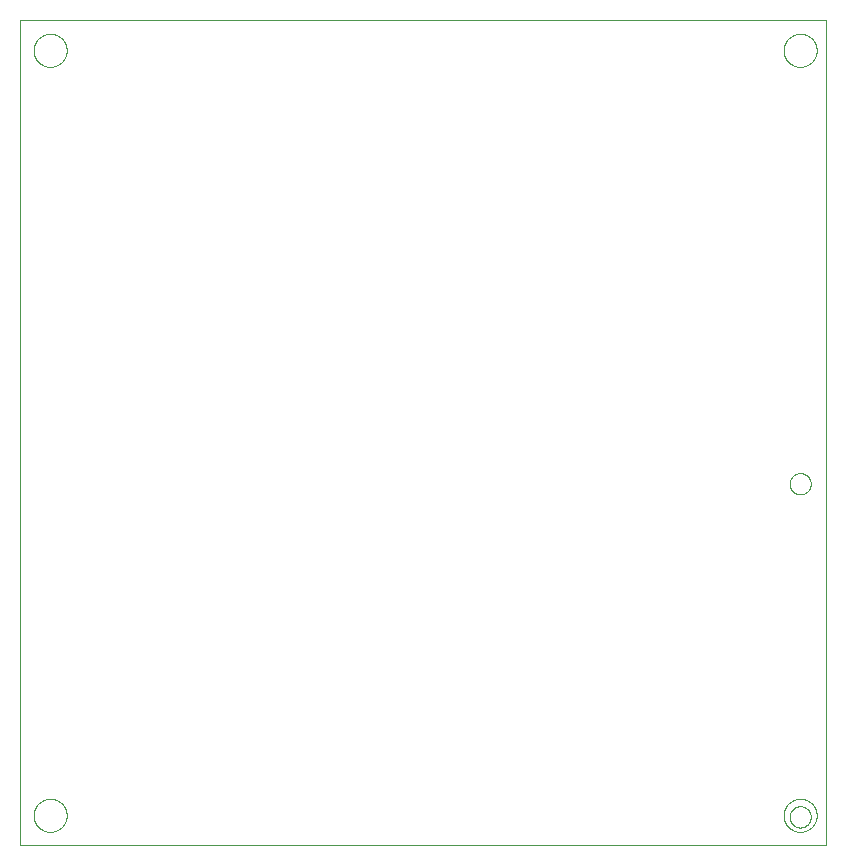
<source format=gbp>
G75*
%MOIN*%
%OFA0B0*%
%FSLAX25Y25*%
%IPPOS*%
%LPD*%
%AMOC8*
5,1,8,0,0,1.08239X$1,22.5*
%
%ADD10C,0.00000*%
D10*
X0001000Y0001500D02*
X0001000Y0276461D01*
X0269701Y0276461D01*
X0269701Y0001500D01*
X0001000Y0001500D01*
X0005488Y0011500D02*
X0005490Y0011648D01*
X0005496Y0011796D01*
X0005506Y0011944D01*
X0005520Y0012091D01*
X0005538Y0012238D01*
X0005559Y0012384D01*
X0005585Y0012530D01*
X0005615Y0012675D01*
X0005648Y0012819D01*
X0005686Y0012962D01*
X0005727Y0013104D01*
X0005772Y0013245D01*
X0005820Y0013385D01*
X0005873Y0013524D01*
X0005929Y0013661D01*
X0005989Y0013796D01*
X0006052Y0013930D01*
X0006119Y0014062D01*
X0006190Y0014192D01*
X0006264Y0014320D01*
X0006341Y0014446D01*
X0006422Y0014570D01*
X0006506Y0014692D01*
X0006593Y0014811D01*
X0006684Y0014928D01*
X0006778Y0015043D01*
X0006874Y0015155D01*
X0006974Y0015265D01*
X0007076Y0015371D01*
X0007182Y0015475D01*
X0007290Y0015576D01*
X0007401Y0015674D01*
X0007514Y0015770D01*
X0007630Y0015862D01*
X0007748Y0015951D01*
X0007869Y0016036D01*
X0007992Y0016119D01*
X0008117Y0016198D01*
X0008244Y0016274D01*
X0008373Y0016346D01*
X0008504Y0016415D01*
X0008637Y0016480D01*
X0008772Y0016541D01*
X0008908Y0016599D01*
X0009045Y0016654D01*
X0009184Y0016704D01*
X0009325Y0016751D01*
X0009466Y0016794D01*
X0009609Y0016834D01*
X0009753Y0016869D01*
X0009897Y0016901D01*
X0010043Y0016928D01*
X0010189Y0016952D01*
X0010336Y0016972D01*
X0010483Y0016988D01*
X0010630Y0017000D01*
X0010778Y0017008D01*
X0010926Y0017012D01*
X0011074Y0017012D01*
X0011222Y0017008D01*
X0011370Y0017000D01*
X0011517Y0016988D01*
X0011664Y0016972D01*
X0011811Y0016952D01*
X0011957Y0016928D01*
X0012103Y0016901D01*
X0012247Y0016869D01*
X0012391Y0016834D01*
X0012534Y0016794D01*
X0012675Y0016751D01*
X0012816Y0016704D01*
X0012955Y0016654D01*
X0013092Y0016599D01*
X0013228Y0016541D01*
X0013363Y0016480D01*
X0013496Y0016415D01*
X0013627Y0016346D01*
X0013756Y0016274D01*
X0013883Y0016198D01*
X0014008Y0016119D01*
X0014131Y0016036D01*
X0014252Y0015951D01*
X0014370Y0015862D01*
X0014486Y0015770D01*
X0014599Y0015674D01*
X0014710Y0015576D01*
X0014818Y0015475D01*
X0014924Y0015371D01*
X0015026Y0015265D01*
X0015126Y0015155D01*
X0015222Y0015043D01*
X0015316Y0014928D01*
X0015407Y0014811D01*
X0015494Y0014692D01*
X0015578Y0014570D01*
X0015659Y0014446D01*
X0015736Y0014320D01*
X0015810Y0014192D01*
X0015881Y0014062D01*
X0015948Y0013930D01*
X0016011Y0013796D01*
X0016071Y0013661D01*
X0016127Y0013524D01*
X0016180Y0013385D01*
X0016228Y0013245D01*
X0016273Y0013104D01*
X0016314Y0012962D01*
X0016352Y0012819D01*
X0016385Y0012675D01*
X0016415Y0012530D01*
X0016441Y0012384D01*
X0016462Y0012238D01*
X0016480Y0012091D01*
X0016494Y0011944D01*
X0016504Y0011796D01*
X0016510Y0011648D01*
X0016512Y0011500D01*
X0016510Y0011352D01*
X0016504Y0011204D01*
X0016494Y0011056D01*
X0016480Y0010909D01*
X0016462Y0010762D01*
X0016441Y0010616D01*
X0016415Y0010470D01*
X0016385Y0010325D01*
X0016352Y0010181D01*
X0016314Y0010038D01*
X0016273Y0009896D01*
X0016228Y0009755D01*
X0016180Y0009615D01*
X0016127Y0009476D01*
X0016071Y0009339D01*
X0016011Y0009204D01*
X0015948Y0009070D01*
X0015881Y0008938D01*
X0015810Y0008808D01*
X0015736Y0008680D01*
X0015659Y0008554D01*
X0015578Y0008430D01*
X0015494Y0008308D01*
X0015407Y0008189D01*
X0015316Y0008072D01*
X0015222Y0007957D01*
X0015126Y0007845D01*
X0015026Y0007735D01*
X0014924Y0007629D01*
X0014818Y0007525D01*
X0014710Y0007424D01*
X0014599Y0007326D01*
X0014486Y0007230D01*
X0014370Y0007138D01*
X0014252Y0007049D01*
X0014131Y0006964D01*
X0014008Y0006881D01*
X0013883Y0006802D01*
X0013756Y0006726D01*
X0013627Y0006654D01*
X0013496Y0006585D01*
X0013363Y0006520D01*
X0013228Y0006459D01*
X0013092Y0006401D01*
X0012955Y0006346D01*
X0012816Y0006296D01*
X0012675Y0006249D01*
X0012534Y0006206D01*
X0012391Y0006166D01*
X0012247Y0006131D01*
X0012103Y0006099D01*
X0011957Y0006072D01*
X0011811Y0006048D01*
X0011664Y0006028D01*
X0011517Y0006012D01*
X0011370Y0006000D01*
X0011222Y0005992D01*
X0011074Y0005988D01*
X0010926Y0005988D01*
X0010778Y0005992D01*
X0010630Y0006000D01*
X0010483Y0006012D01*
X0010336Y0006028D01*
X0010189Y0006048D01*
X0010043Y0006072D01*
X0009897Y0006099D01*
X0009753Y0006131D01*
X0009609Y0006166D01*
X0009466Y0006206D01*
X0009325Y0006249D01*
X0009184Y0006296D01*
X0009045Y0006346D01*
X0008908Y0006401D01*
X0008772Y0006459D01*
X0008637Y0006520D01*
X0008504Y0006585D01*
X0008373Y0006654D01*
X0008244Y0006726D01*
X0008117Y0006802D01*
X0007992Y0006881D01*
X0007869Y0006964D01*
X0007748Y0007049D01*
X0007630Y0007138D01*
X0007514Y0007230D01*
X0007401Y0007326D01*
X0007290Y0007424D01*
X0007182Y0007525D01*
X0007076Y0007629D01*
X0006974Y0007735D01*
X0006874Y0007845D01*
X0006778Y0007957D01*
X0006684Y0008072D01*
X0006593Y0008189D01*
X0006506Y0008308D01*
X0006422Y0008430D01*
X0006341Y0008554D01*
X0006264Y0008680D01*
X0006190Y0008808D01*
X0006119Y0008938D01*
X0006052Y0009070D01*
X0005989Y0009204D01*
X0005929Y0009339D01*
X0005873Y0009476D01*
X0005820Y0009615D01*
X0005772Y0009755D01*
X0005727Y0009896D01*
X0005686Y0010038D01*
X0005648Y0010181D01*
X0005615Y0010325D01*
X0005585Y0010470D01*
X0005559Y0010616D01*
X0005538Y0010762D01*
X0005520Y0010909D01*
X0005506Y0011056D01*
X0005496Y0011204D01*
X0005490Y0011352D01*
X0005488Y0011500D01*
X0255488Y0011500D02*
X0255490Y0011648D01*
X0255496Y0011796D01*
X0255506Y0011944D01*
X0255520Y0012091D01*
X0255538Y0012238D01*
X0255559Y0012384D01*
X0255585Y0012530D01*
X0255615Y0012675D01*
X0255648Y0012819D01*
X0255686Y0012962D01*
X0255727Y0013104D01*
X0255772Y0013245D01*
X0255820Y0013385D01*
X0255873Y0013524D01*
X0255929Y0013661D01*
X0255989Y0013796D01*
X0256052Y0013930D01*
X0256119Y0014062D01*
X0256190Y0014192D01*
X0256264Y0014320D01*
X0256341Y0014446D01*
X0256422Y0014570D01*
X0256506Y0014692D01*
X0256593Y0014811D01*
X0256684Y0014928D01*
X0256778Y0015043D01*
X0256874Y0015155D01*
X0256974Y0015265D01*
X0257076Y0015371D01*
X0257182Y0015475D01*
X0257290Y0015576D01*
X0257401Y0015674D01*
X0257514Y0015770D01*
X0257630Y0015862D01*
X0257748Y0015951D01*
X0257869Y0016036D01*
X0257992Y0016119D01*
X0258117Y0016198D01*
X0258244Y0016274D01*
X0258373Y0016346D01*
X0258504Y0016415D01*
X0258637Y0016480D01*
X0258772Y0016541D01*
X0258908Y0016599D01*
X0259045Y0016654D01*
X0259184Y0016704D01*
X0259325Y0016751D01*
X0259466Y0016794D01*
X0259609Y0016834D01*
X0259753Y0016869D01*
X0259897Y0016901D01*
X0260043Y0016928D01*
X0260189Y0016952D01*
X0260336Y0016972D01*
X0260483Y0016988D01*
X0260630Y0017000D01*
X0260778Y0017008D01*
X0260926Y0017012D01*
X0261074Y0017012D01*
X0261222Y0017008D01*
X0261370Y0017000D01*
X0261517Y0016988D01*
X0261664Y0016972D01*
X0261811Y0016952D01*
X0261957Y0016928D01*
X0262103Y0016901D01*
X0262247Y0016869D01*
X0262391Y0016834D01*
X0262534Y0016794D01*
X0262675Y0016751D01*
X0262816Y0016704D01*
X0262955Y0016654D01*
X0263092Y0016599D01*
X0263228Y0016541D01*
X0263363Y0016480D01*
X0263496Y0016415D01*
X0263627Y0016346D01*
X0263756Y0016274D01*
X0263883Y0016198D01*
X0264008Y0016119D01*
X0264131Y0016036D01*
X0264252Y0015951D01*
X0264370Y0015862D01*
X0264486Y0015770D01*
X0264599Y0015674D01*
X0264710Y0015576D01*
X0264818Y0015475D01*
X0264924Y0015371D01*
X0265026Y0015265D01*
X0265126Y0015155D01*
X0265222Y0015043D01*
X0265316Y0014928D01*
X0265407Y0014811D01*
X0265494Y0014692D01*
X0265578Y0014570D01*
X0265659Y0014446D01*
X0265736Y0014320D01*
X0265810Y0014192D01*
X0265881Y0014062D01*
X0265948Y0013930D01*
X0266011Y0013796D01*
X0266071Y0013661D01*
X0266127Y0013524D01*
X0266180Y0013385D01*
X0266228Y0013245D01*
X0266273Y0013104D01*
X0266314Y0012962D01*
X0266352Y0012819D01*
X0266385Y0012675D01*
X0266415Y0012530D01*
X0266441Y0012384D01*
X0266462Y0012238D01*
X0266480Y0012091D01*
X0266494Y0011944D01*
X0266504Y0011796D01*
X0266510Y0011648D01*
X0266512Y0011500D01*
X0266510Y0011352D01*
X0266504Y0011204D01*
X0266494Y0011056D01*
X0266480Y0010909D01*
X0266462Y0010762D01*
X0266441Y0010616D01*
X0266415Y0010470D01*
X0266385Y0010325D01*
X0266352Y0010181D01*
X0266314Y0010038D01*
X0266273Y0009896D01*
X0266228Y0009755D01*
X0266180Y0009615D01*
X0266127Y0009476D01*
X0266071Y0009339D01*
X0266011Y0009204D01*
X0265948Y0009070D01*
X0265881Y0008938D01*
X0265810Y0008808D01*
X0265736Y0008680D01*
X0265659Y0008554D01*
X0265578Y0008430D01*
X0265494Y0008308D01*
X0265407Y0008189D01*
X0265316Y0008072D01*
X0265222Y0007957D01*
X0265126Y0007845D01*
X0265026Y0007735D01*
X0264924Y0007629D01*
X0264818Y0007525D01*
X0264710Y0007424D01*
X0264599Y0007326D01*
X0264486Y0007230D01*
X0264370Y0007138D01*
X0264252Y0007049D01*
X0264131Y0006964D01*
X0264008Y0006881D01*
X0263883Y0006802D01*
X0263756Y0006726D01*
X0263627Y0006654D01*
X0263496Y0006585D01*
X0263363Y0006520D01*
X0263228Y0006459D01*
X0263092Y0006401D01*
X0262955Y0006346D01*
X0262816Y0006296D01*
X0262675Y0006249D01*
X0262534Y0006206D01*
X0262391Y0006166D01*
X0262247Y0006131D01*
X0262103Y0006099D01*
X0261957Y0006072D01*
X0261811Y0006048D01*
X0261664Y0006028D01*
X0261517Y0006012D01*
X0261370Y0006000D01*
X0261222Y0005992D01*
X0261074Y0005988D01*
X0260926Y0005988D01*
X0260778Y0005992D01*
X0260630Y0006000D01*
X0260483Y0006012D01*
X0260336Y0006028D01*
X0260189Y0006048D01*
X0260043Y0006072D01*
X0259897Y0006099D01*
X0259753Y0006131D01*
X0259609Y0006166D01*
X0259466Y0006206D01*
X0259325Y0006249D01*
X0259184Y0006296D01*
X0259045Y0006346D01*
X0258908Y0006401D01*
X0258772Y0006459D01*
X0258637Y0006520D01*
X0258504Y0006585D01*
X0258373Y0006654D01*
X0258244Y0006726D01*
X0258117Y0006802D01*
X0257992Y0006881D01*
X0257869Y0006964D01*
X0257748Y0007049D01*
X0257630Y0007138D01*
X0257514Y0007230D01*
X0257401Y0007326D01*
X0257290Y0007424D01*
X0257182Y0007525D01*
X0257076Y0007629D01*
X0256974Y0007735D01*
X0256874Y0007845D01*
X0256778Y0007957D01*
X0256684Y0008072D01*
X0256593Y0008189D01*
X0256506Y0008308D01*
X0256422Y0008430D01*
X0256341Y0008554D01*
X0256264Y0008680D01*
X0256190Y0008808D01*
X0256119Y0008938D01*
X0256052Y0009070D01*
X0255989Y0009204D01*
X0255929Y0009339D01*
X0255873Y0009476D01*
X0255820Y0009615D01*
X0255772Y0009755D01*
X0255727Y0009896D01*
X0255686Y0010038D01*
X0255648Y0010181D01*
X0255615Y0010325D01*
X0255585Y0010470D01*
X0255559Y0010616D01*
X0255538Y0010762D01*
X0255520Y0010909D01*
X0255506Y0011056D01*
X0255496Y0011204D01*
X0255490Y0011352D01*
X0255488Y0011500D01*
X0257457Y0010988D02*
X0257459Y0011106D01*
X0257465Y0011225D01*
X0257475Y0011343D01*
X0257489Y0011460D01*
X0257506Y0011577D01*
X0257528Y0011694D01*
X0257554Y0011809D01*
X0257583Y0011924D01*
X0257616Y0012038D01*
X0257653Y0012150D01*
X0257694Y0012261D01*
X0257738Y0012371D01*
X0257786Y0012479D01*
X0257838Y0012586D01*
X0257893Y0012691D01*
X0257952Y0012794D01*
X0258014Y0012894D01*
X0258079Y0012993D01*
X0258148Y0013090D01*
X0258219Y0013184D01*
X0258294Y0013275D01*
X0258372Y0013365D01*
X0258453Y0013451D01*
X0258537Y0013535D01*
X0258623Y0013616D01*
X0258713Y0013694D01*
X0258804Y0013769D01*
X0258898Y0013840D01*
X0258995Y0013909D01*
X0259094Y0013974D01*
X0259194Y0014036D01*
X0259297Y0014095D01*
X0259402Y0014150D01*
X0259509Y0014202D01*
X0259617Y0014250D01*
X0259727Y0014294D01*
X0259838Y0014335D01*
X0259950Y0014372D01*
X0260064Y0014405D01*
X0260179Y0014434D01*
X0260294Y0014460D01*
X0260411Y0014482D01*
X0260528Y0014499D01*
X0260645Y0014513D01*
X0260763Y0014523D01*
X0260882Y0014529D01*
X0261000Y0014531D01*
X0261118Y0014529D01*
X0261237Y0014523D01*
X0261355Y0014513D01*
X0261472Y0014499D01*
X0261589Y0014482D01*
X0261706Y0014460D01*
X0261821Y0014434D01*
X0261936Y0014405D01*
X0262050Y0014372D01*
X0262162Y0014335D01*
X0262273Y0014294D01*
X0262383Y0014250D01*
X0262491Y0014202D01*
X0262598Y0014150D01*
X0262703Y0014095D01*
X0262806Y0014036D01*
X0262906Y0013974D01*
X0263005Y0013909D01*
X0263102Y0013840D01*
X0263196Y0013769D01*
X0263287Y0013694D01*
X0263377Y0013616D01*
X0263463Y0013535D01*
X0263547Y0013451D01*
X0263628Y0013365D01*
X0263706Y0013275D01*
X0263781Y0013184D01*
X0263852Y0013090D01*
X0263921Y0012993D01*
X0263986Y0012894D01*
X0264048Y0012794D01*
X0264107Y0012691D01*
X0264162Y0012586D01*
X0264214Y0012479D01*
X0264262Y0012371D01*
X0264306Y0012261D01*
X0264347Y0012150D01*
X0264384Y0012038D01*
X0264417Y0011924D01*
X0264446Y0011809D01*
X0264472Y0011694D01*
X0264494Y0011577D01*
X0264511Y0011460D01*
X0264525Y0011343D01*
X0264535Y0011225D01*
X0264541Y0011106D01*
X0264543Y0010988D01*
X0264541Y0010870D01*
X0264535Y0010751D01*
X0264525Y0010633D01*
X0264511Y0010516D01*
X0264494Y0010399D01*
X0264472Y0010282D01*
X0264446Y0010167D01*
X0264417Y0010052D01*
X0264384Y0009938D01*
X0264347Y0009826D01*
X0264306Y0009715D01*
X0264262Y0009605D01*
X0264214Y0009497D01*
X0264162Y0009390D01*
X0264107Y0009285D01*
X0264048Y0009182D01*
X0263986Y0009082D01*
X0263921Y0008983D01*
X0263852Y0008886D01*
X0263781Y0008792D01*
X0263706Y0008701D01*
X0263628Y0008611D01*
X0263547Y0008525D01*
X0263463Y0008441D01*
X0263377Y0008360D01*
X0263287Y0008282D01*
X0263196Y0008207D01*
X0263102Y0008136D01*
X0263005Y0008067D01*
X0262906Y0008002D01*
X0262806Y0007940D01*
X0262703Y0007881D01*
X0262598Y0007826D01*
X0262491Y0007774D01*
X0262383Y0007726D01*
X0262273Y0007682D01*
X0262162Y0007641D01*
X0262050Y0007604D01*
X0261936Y0007571D01*
X0261821Y0007542D01*
X0261706Y0007516D01*
X0261589Y0007494D01*
X0261472Y0007477D01*
X0261355Y0007463D01*
X0261237Y0007453D01*
X0261118Y0007447D01*
X0261000Y0007445D01*
X0260882Y0007447D01*
X0260763Y0007453D01*
X0260645Y0007463D01*
X0260528Y0007477D01*
X0260411Y0007494D01*
X0260294Y0007516D01*
X0260179Y0007542D01*
X0260064Y0007571D01*
X0259950Y0007604D01*
X0259838Y0007641D01*
X0259727Y0007682D01*
X0259617Y0007726D01*
X0259509Y0007774D01*
X0259402Y0007826D01*
X0259297Y0007881D01*
X0259194Y0007940D01*
X0259094Y0008002D01*
X0258995Y0008067D01*
X0258898Y0008136D01*
X0258804Y0008207D01*
X0258713Y0008282D01*
X0258623Y0008360D01*
X0258537Y0008441D01*
X0258453Y0008525D01*
X0258372Y0008611D01*
X0258294Y0008701D01*
X0258219Y0008792D01*
X0258148Y0008886D01*
X0258079Y0008983D01*
X0258014Y0009082D01*
X0257952Y0009182D01*
X0257893Y0009285D01*
X0257838Y0009390D01*
X0257786Y0009497D01*
X0257738Y0009605D01*
X0257694Y0009715D01*
X0257653Y0009826D01*
X0257616Y0009938D01*
X0257583Y0010052D01*
X0257554Y0010167D01*
X0257528Y0010282D01*
X0257506Y0010399D01*
X0257489Y0010516D01*
X0257475Y0010633D01*
X0257465Y0010751D01*
X0257459Y0010870D01*
X0257457Y0010988D01*
X0257457Y0122012D02*
X0257459Y0122130D01*
X0257465Y0122249D01*
X0257475Y0122367D01*
X0257489Y0122484D01*
X0257506Y0122601D01*
X0257528Y0122718D01*
X0257554Y0122833D01*
X0257583Y0122948D01*
X0257616Y0123062D01*
X0257653Y0123174D01*
X0257694Y0123285D01*
X0257738Y0123395D01*
X0257786Y0123503D01*
X0257838Y0123610D01*
X0257893Y0123715D01*
X0257952Y0123818D01*
X0258014Y0123918D01*
X0258079Y0124017D01*
X0258148Y0124114D01*
X0258219Y0124208D01*
X0258294Y0124299D01*
X0258372Y0124389D01*
X0258453Y0124475D01*
X0258537Y0124559D01*
X0258623Y0124640D01*
X0258713Y0124718D01*
X0258804Y0124793D01*
X0258898Y0124864D01*
X0258995Y0124933D01*
X0259094Y0124998D01*
X0259194Y0125060D01*
X0259297Y0125119D01*
X0259402Y0125174D01*
X0259509Y0125226D01*
X0259617Y0125274D01*
X0259727Y0125318D01*
X0259838Y0125359D01*
X0259950Y0125396D01*
X0260064Y0125429D01*
X0260179Y0125458D01*
X0260294Y0125484D01*
X0260411Y0125506D01*
X0260528Y0125523D01*
X0260645Y0125537D01*
X0260763Y0125547D01*
X0260882Y0125553D01*
X0261000Y0125555D01*
X0261118Y0125553D01*
X0261237Y0125547D01*
X0261355Y0125537D01*
X0261472Y0125523D01*
X0261589Y0125506D01*
X0261706Y0125484D01*
X0261821Y0125458D01*
X0261936Y0125429D01*
X0262050Y0125396D01*
X0262162Y0125359D01*
X0262273Y0125318D01*
X0262383Y0125274D01*
X0262491Y0125226D01*
X0262598Y0125174D01*
X0262703Y0125119D01*
X0262806Y0125060D01*
X0262906Y0124998D01*
X0263005Y0124933D01*
X0263102Y0124864D01*
X0263196Y0124793D01*
X0263287Y0124718D01*
X0263377Y0124640D01*
X0263463Y0124559D01*
X0263547Y0124475D01*
X0263628Y0124389D01*
X0263706Y0124299D01*
X0263781Y0124208D01*
X0263852Y0124114D01*
X0263921Y0124017D01*
X0263986Y0123918D01*
X0264048Y0123818D01*
X0264107Y0123715D01*
X0264162Y0123610D01*
X0264214Y0123503D01*
X0264262Y0123395D01*
X0264306Y0123285D01*
X0264347Y0123174D01*
X0264384Y0123062D01*
X0264417Y0122948D01*
X0264446Y0122833D01*
X0264472Y0122718D01*
X0264494Y0122601D01*
X0264511Y0122484D01*
X0264525Y0122367D01*
X0264535Y0122249D01*
X0264541Y0122130D01*
X0264543Y0122012D01*
X0264541Y0121894D01*
X0264535Y0121775D01*
X0264525Y0121657D01*
X0264511Y0121540D01*
X0264494Y0121423D01*
X0264472Y0121306D01*
X0264446Y0121191D01*
X0264417Y0121076D01*
X0264384Y0120962D01*
X0264347Y0120850D01*
X0264306Y0120739D01*
X0264262Y0120629D01*
X0264214Y0120521D01*
X0264162Y0120414D01*
X0264107Y0120309D01*
X0264048Y0120206D01*
X0263986Y0120106D01*
X0263921Y0120007D01*
X0263852Y0119910D01*
X0263781Y0119816D01*
X0263706Y0119725D01*
X0263628Y0119635D01*
X0263547Y0119549D01*
X0263463Y0119465D01*
X0263377Y0119384D01*
X0263287Y0119306D01*
X0263196Y0119231D01*
X0263102Y0119160D01*
X0263005Y0119091D01*
X0262906Y0119026D01*
X0262806Y0118964D01*
X0262703Y0118905D01*
X0262598Y0118850D01*
X0262491Y0118798D01*
X0262383Y0118750D01*
X0262273Y0118706D01*
X0262162Y0118665D01*
X0262050Y0118628D01*
X0261936Y0118595D01*
X0261821Y0118566D01*
X0261706Y0118540D01*
X0261589Y0118518D01*
X0261472Y0118501D01*
X0261355Y0118487D01*
X0261237Y0118477D01*
X0261118Y0118471D01*
X0261000Y0118469D01*
X0260882Y0118471D01*
X0260763Y0118477D01*
X0260645Y0118487D01*
X0260528Y0118501D01*
X0260411Y0118518D01*
X0260294Y0118540D01*
X0260179Y0118566D01*
X0260064Y0118595D01*
X0259950Y0118628D01*
X0259838Y0118665D01*
X0259727Y0118706D01*
X0259617Y0118750D01*
X0259509Y0118798D01*
X0259402Y0118850D01*
X0259297Y0118905D01*
X0259194Y0118964D01*
X0259094Y0119026D01*
X0258995Y0119091D01*
X0258898Y0119160D01*
X0258804Y0119231D01*
X0258713Y0119306D01*
X0258623Y0119384D01*
X0258537Y0119465D01*
X0258453Y0119549D01*
X0258372Y0119635D01*
X0258294Y0119725D01*
X0258219Y0119816D01*
X0258148Y0119910D01*
X0258079Y0120007D01*
X0258014Y0120106D01*
X0257952Y0120206D01*
X0257893Y0120309D01*
X0257838Y0120414D01*
X0257786Y0120521D01*
X0257738Y0120629D01*
X0257694Y0120739D01*
X0257653Y0120850D01*
X0257616Y0120962D01*
X0257583Y0121076D01*
X0257554Y0121191D01*
X0257528Y0121306D01*
X0257506Y0121423D01*
X0257489Y0121540D01*
X0257475Y0121657D01*
X0257465Y0121775D01*
X0257459Y0121894D01*
X0257457Y0122012D01*
X0255488Y0266500D02*
X0255490Y0266648D01*
X0255496Y0266796D01*
X0255506Y0266944D01*
X0255520Y0267091D01*
X0255538Y0267238D01*
X0255559Y0267384D01*
X0255585Y0267530D01*
X0255615Y0267675D01*
X0255648Y0267819D01*
X0255686Y0267962D01*
X0255727Y0268104D01*
X0255772Y0268245D01*
X0255820Y0268385D01*
X0255873Y0268524D01*
X0255929Y0268661D01*
X0255989Y0268796D01*
X0256052Y0268930D01*
X0256119Y0269062D01*
X0256190Y0269192D01*
X0256264Y0269320D01*
X0256341Y0269446D01*
X0256422Y0269570D01*
X0256506Y0269692D01*
X0256593Y0269811D01*
X0256684Y0269928D01*
X0256778Y0270043D01*
X0256874Y0270155D01*
X0256974Y0270265D01*
X0257076Y0270371D01*
X0257182Y0270475D01*
X0257290Y0270576D01*
X0257401Y0270674D01*
X0257514Y0270770D01*
X0257630Y0270862D01*
X0257748Y0270951D01*
X0257869Y0271036D01*
X0257992Y0271119D01*
X0258117Y0271198D01*
X0258244Y0271274D01*
X0258373Y0271346D01*
X0258504Y0271415D01*
X0258637Y0271480D01*
X0258772Y0271541D01*
X0258908Y0271599D01*
X0259045Y0271654D01*
X0259184Y0271704D01*
X0259325Y0271751D01*
X0259466Y0271794D01*
X0259609Y0271834D01*
X0259753Y0271869D01*
X0259897Y0271901D01*
X0260043Y0271928D01*
X0260189Y0271952D01*
X0260336Y0271972D01*
X0260483Y0271988D01*
X0260630Y0272000D01*
X0260778Y0272008D01*
X0260926Y0272012D01*
X0261074Y0272012D01*
X0261222Y0272008D01*
X0261370Y0272000D01*
X0261517Y0271988D01*
X0261664Y0271972D01*
X0261811Y0271952D01*
X0261957Y0271928D01*
X0262103Y0271901D01*
X0262247Y0271869D01*
X0262391Y0271834D01*
X0262534Y0271794D01*
X0262675Y0271751D01*
X0262816Y0271704D01*
X0262955Y0271654D01*
X0263092Y0271599D01*
X0263228Y0271541D01*
X0263363Y0271480D01*
X0263496Y0271415D01*
X0263627Y0271346D01*
X0263756Y0271274D01*
X0263883Y0271198D01*
X0264008Y0271119D01*
X0264131Y0271036D01*
X0264252Y0270951D01*
X0264370Y0270862D01*
X0264486Y0270770D01*
X0264599Y0270674D01*
X0264710Y0270576D01*
X0264818Y0270475D01*
X0264924Y0270371D01*
X0265026Y0270265D01*
X0265126Y0270155D01*
X0265222Y0270043D01*
X0265316Y0269928D01*
X0265407Y0269811D01*
X0265494Y0269692D01*
X0265578Y0269570D01*
X0265659Y0269446D01*
X0265736Y0269320D01*
X0265810Y0269192D01*
X0265881Y0269062D01*
X0265948Y0268930D01*
X0266011Y0268796D01*
X0266071Y0268661D01*
X0266127Y0268524D01*
X0266180Y0268385D01*
X0266228Y0268245D01*
X0266273Y0268104D01*
X0266314Y0267962D01*
X0266352Y0267819D01*
X0266385Y0267675D01*
X0266415Y0267530D01*
X0266441Y0267384D01*
X0266462Y0267238D01*
X0266480Y0267091D01*
X0266494Y0266944D01*
X0266504Y0266796D01*
X0266510Y0266648D01*
X0266512Y0266500D01*
X0266510Y0266352D01*
X0266504Y0266204D01*
X0266494Y0266056D01*
X0266480Y0265909D01*
X0266462Y0265762D01*
X0266441Y0265616D01*
X0266415Y0265470D01*
X0266385Y0265325D01*
X0266352Y0265181D01*
X0266314Y0265038D01*
X0266273Y0264896D01*
X0266228Y0264755D01*
X0266180Y0264615D01*
X0266127Y0264476D01*
X0266071Y0264339D01*
X0266011Y0264204D01*
X0265948Y0264070D01*
X0265881Y0263938D01*
X0265810Y0263808D01*
X0265736Y0263680D01*
X0265659Y0263554D01*
X0265578Y0263430D01*
X0265494Y0263308D01*
X0265407Y0263189D01*
X0265316Y0263072D01*
X0265222Y0262957D01*
X0265126Y0262845D01*
X0265026Y0262735D01*
X0264924Y0262629D01*
X0264818Y0262525D01*
X0264710Y0262424D01*
X0264599Y0262326D01*
X0264486Y0262230D01*
X0264370Y0262138D01*
X0264252Y0262049D01*
X0264131Y0261964D01*
X0264008Y0261881D01*
X0263883Y0261802D01*
X0263756Y0261726D01*
X0263627Y0261654D01*
X0263496Y0261585D01*
X0263363Y0261520D01*
X0263228Y0261459D01*
X0263092Y0261401D01*
X0262955Y0261346D01*
X0262816Y0261296D01*
X0262675Y0261249D01*
X0262534Y0261206D01*
X0262391Y0261166D01*
X0262247Y0261131D01*
X0262103Y0261099D01*
X0261957Y0261072D01*
X0261811Y0261048D01*
X0261664Y0261028D01*
X0261517Y0261012D01*
X0261370Y0261000D01*
X0261222Y0260992D01*
X0261074Y0260988D01*
X0260926Y0260988D01*
X0260778Y0260992D01*
X0260630Y0261000D01*
X0260483Y0261012D01*
X0260336Y0261028D01*
X0260189Y0261048D01*
X0260043Y0261072D01*
X0259897Y0261099D01*
X0259753Y0261131D01*
X0259609Y0261166D01*
X0259466Y0261206D01*
X0259325Y0261249D01*
X0259184Y0261296D01*
X0259045Y0261346D01*
X0258908Y0261401D01*
X0258772Y0261459D01*
X0258637Y0261520D01*
X0258504Y0261585D01*
X0258373Y0261654D01*
X0258244Y0261726D01*
X0258117Y0261802D01*
X0257992Y0261881D01*
X0257869Y0261964D01*
X0257748Y0262049D01*
X0257630Y0262138D01*
X0257514Y0262230D01*
X0257401Y0262326D01*
X0257290Y0262424D01*
X0257182Y0262525D01*
X0257076Y0262629D01*
X0256974Y0262735D01*
X0256874Y0262845D01*
X0256778Y0262957D01*
X0256684Y0263072D01*
X0256593Y0263189D01*
X0256506Y0263308D01*
X0256422Y0263430D01*
X0256341Y0263554D01*
X0256264Y0263680D01*
X0256190Y0263808D01*
X0256119Y0263938D01*
X0256052Y0264070D01*
X0255989Y0264204D01*
X0255929Y0264339D01*
X0255873Y0264476D01*
X0255820Y0264615D01*
X0255772Y0264755D01*
X0255727Y0264896D01*
X0255686Y0265038D01*
X0255648Y0265181D01*
X0255615Y0265325D01*
X0255585Y0265470D01*
X0255559Y0265616D01*
X0255538Y0265762D01*
X0255520Y0265909D01*
X0255506Y0266056D01*
X0255496Y0266204D01*
X0255490Y0266352D01*
X0255488Y0266500D01*
X0005488Y0266500D02*
X0005490Y0266648D01*
X0005496Y0266796D01*
X0005506Y0266944D01*
X0005520Y0267091D01*
X0005538Y0267238D01*
X0005559Y0267384D01*
X0005585Y0267530D01*
X0005615Y0267675D01*
X0005648Y0267819D01*
X0005686Y0267962D01*
X0005727Y0268104D01*
X0005772Y0268245D01*
X0005820Y0268385D01*
X0005873Y0268524D01*
X0005929Y0268661D01*
X0005989Y0268796D01*
X0006052Y0268930D01*
X0006119Y0269062D01*
X0006190Y0269192D01*
X0006264Y0269320D01*
X0006341Y0269446D01*
X0006422Y0269570D01*
X0006506Y0269692D01*
X0006593Y0269811D01*
X0006684Y0269928D01*
X0006778Y0270043D01*
X0006874Y0270155D01*
X0006974Y0270265D01*
X0007076Y0270371D01*
X0007182Y0270475D01*
X0007290Y0270576D01*
X0007401Y0270674D01*
X0007514Y0270770D01*
X0007630Y0270862D01*
X0007748Y0270951D01*
X0007869Y0271036D01*
X0007992Y0271119D01*
X0008117Y0271198D01*
X0008244Y0271274D01*
X0008373Y0271346D01*
X0008504Y0271415D01*
X0008637Y0271480D01*
X0008772Y0271541D01*
X0008908Y0271599D01*
X0009045Y0271654D01*
X0009184Y0271704D01*
X0009325Y0271751D01*
X0009466Y0271794D01*
X0009609Y0271834D01*
X0009753Y0271869D01*
X0009897Y0271901D01*
X0010043Y0271928D01*
X0010189Y0271952D01*
X0010336Y0271972D01*
X0010483Y0271988D01*
X0010630Y0272000D01*
X0010778Y0272008D01*
X0010926Y0272012D01*
X0011074Y0272012D01*
X0011222Y0272008D01*
X0011370Y0272000D01*
X0011517Y0271988D01*
X0011664Y0271972D01*
X0011811Y0271952D01*
X0011957Y0271928D01*
X0012103Y0271901D01*
X0012247Y0271869D01*
X0012391Y0271834D01*
X0012534Y0271794D01*
X0012675Y0271751D01*
X0012816Y0271704D01*
X0012955Y0271654D01*
X0013092Y0271599D01*
X0013228Y0271541D01*
X0013363Y0271480D01*
X0013496Y0271415D01*
X0013627Y0271346D01*
X0013756Y0271274D01*
X0013883Y0271198D01*
X0014008Y0271119D01*
X0014131Y0271036D01*
X0014252Y0270951D01*
X0014370Y0270862D01*
X0014486Y0270770D01*
X0014599Y0270674D01*
X0014710Y0270576D01*
X0014818Y0270475D01*
X0014924Y0270371D01*
X0015026Y0270265D01*
X0015126Y0270155D01*
X0015222Y0270043D01*
X0015316Y0269928D01*
X0015407Y0269811D01*
X0015494Y0269692D01*
X0015578Y0269570D01*
X0015659Y0269446D01*
X0015736Y0269320D01*
X0015810Y0269192D01*
X0015881Y0269062D01*
X0015948Y0268930D01*
X0016011Y0268796D01*
X0016071Y0268661D01*
X0016127Y0268524D01*
X0016180Y0268385D01*
X0016228Y0268245D01*
X0016273Y0268104D01*
X0016314Y0267962D01*
X0016352Y0267819D01*
X0016385Y0267675D01*
X0016415Y0267530D01*
X0016441Y0267384D01*
X0016462Y0267238D01*
X0016480Y0267091D01*
X0016494Y0266944D01*
X0016504Y0266796D01*
X0016510Y0266648D01*
X0016512Y0266500D01*
X0016510Y0266352D01*
X0016504Y0266204D01*
X0016494Y0266056D01*
X0016480Y0265909D01*
X0016462Y0265762D01*
X0016441Y0265616D01*
X0016415Y0265470D01*
X0016385Y0265325D01*
X0016352Y0265181D01*
X0016314Y0265038D01*
X0016273Y0264896D01*
X0016228Y0264755D01*
X0016180Y0264615D01*
X0016127Y0264476D01*
X0016071Y0264339D01*
X0016011Y0264204D01*
X0015948Y0264070D01*
X0015881Y0263938D01*
X0015810Y0263808D01*
X0015736Y0263680D01*
X0015659Y0263554D01*
X0015578Y0263430D01*
X0015494Y0263308D01*
X0015407Y0263189D01*
X0015316Y0263072D01*
X0015222Y0262957D01*
X0015126Y0262845D01*
X0015026Y0262735D01*
X0014924Y0262629D01*
X0014818Y0262525D01*
X0014710Y0262424D01*
X0014599Y0262326D01*
X0014486Y0262230D01*
X0014370Y0262138D01*
X0014252Y0262049D01*
X0014131Y0261964D01*
X0014008Y0261881D01*
X0013883Y0261802D01*
X0013756Y0261726D01*
X0013627Y0261654D01*
X0013496Y0261585D01*
X0013363Y0261520D01*
X0013228Y0261459D01*
X0013092Y0261401D01*
X0012955Y0261346D01*
X0012816Y0261296D01*
X0012675Y0261249D01*
X0012534Y0261206D01*
X0012391Y0261166D01*
X0012247Y0261131D01*
X0012103Y0261099D01*
X0011957Y0261072D01*
X0011811Y0261048D01*
X0011664Y0261028D01*
X0011517Y0261012D01*
X0011370Y0261000D01*
X0011222Y0260992D01*
X0011074Y0260988D01*
X0010926Y0260988D01*
X0010778Y0260992D01*
X0010630Y0261000D01*
X0010483Y0261012D01*
X0010336Y0261028D01*
X0010189Y0261048D01*
X0010043Y0261072D01*
X0009897Y0261099D01*
X0009753Y0261131D01*
X0009609Y0261166D01*
X0009466Y0261206D01*
X0009325Y0261249D01*
X0009184Y0261296D01*
X0009045Y0261346D01*
X0008908Y0261401D01*
X0008772Y0261459D01*
X0008637Y0261520D01*
X0008504Y0261585D01*
X0008373Y0261654D01*
X0008244Y0261726D01*
X0008117Y0261802D01*
X0007992Y0261881D01*
X0007869Y0261964D01*
X0007748Y0262049D01*
X0007630Y0262138D01*
X0007514Y0262230D01*
X0007401Y0262326D01*
X0007290Y0262424D01*
X0007182Y0262525D01*
X0007076Y0262629D01*
X0006974Y0262735D01*
X0006874Y0262845D01*
X0006778Y0262957D01*
X0006684Y0263072D01*
X0006593Y0263189D01*
X0006506Y0263308D01*
X0006422Y0263430D01*
X0006341Y0263554D01*
X0006264Y0263680D01*
X0006190Y0263808D01*
X0006119Y0263938D01*
X0006052Y0264070D01*
X0005989Y0264204D01*
X0005929Y0264339D01*
X0005873Y0264476D01*
X0005820Y0264615D01*
X0005772Y0264755D01*
X0005727Y0264896D01*
X0005686Y0265038D01*
X0005648Y0265181D01*
X0005615Y0265325D01*
X0005585Y0265470D01*
X0005559Y0265616D01*
X0005538Y0265762D01*
X0005520Y0265909D01*
X0005506Y0266056D01*
X0005496Y0266204D01*
X0005490Y0266352D01*
X0005488Y0266500D01*
M02*

</source>
